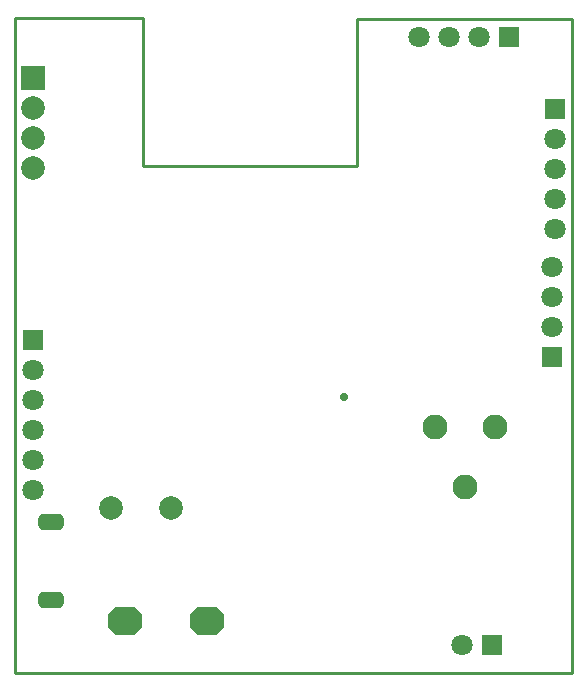
<source format=gbs>
G04*
G04 #@! TF.GenerationSoftware,Altium Limited,Altium Designer,18.1.6 (161)*
G04*
G04 Layer_Color=16711935*
%FSTAX24Y24*%
%MOIN*%
G70*
G01*
G75*
%ADD13C,0.0100*%
%ADD61R,0.0710X0.0710*%
%ADD62C,0.0710*%
%ADD63C,0.0787*%
G04:AMPARAMS|DCode=64|XSize=86.7mil|YSize=55.2mil|CornerRadius=18.2mil|HoleSize=0mil|Usage=FLASHONLY|Rotation=0.000|XOffset=0mil|YOffset=0mil|HoleType=Round|Shape=RoundedRectangle|*
%AMROUNDEDRECTD64*
21,1,0.0867,0.0189,0,0,0.0*
21,1,0.0504,0.0552,0,0,0.0*
1,1,0.0363,0.0252,-0.0094*
1,1,0.0363,-0.0252,-0.0094*
1,1,0.0363,-0.0252,0.0094*
1,1,0.0363,0.0252,0.0094*
%
%ADD64ROUNDEDRECTD64*%
%ADD65R,0.0789X0.0789*%
%ADD66C,0.0789*%
%ADD67R,0.0710X0.0710*%
%ADD68C,0.0830*%
G04:AMPARAMS|DCode=69|XSize=110.2mil|YSize=94.5mil|CornerRadius=0mil|HoleSize=0mil|Usage=FLASHONLY|Rotation=0.000|XOffset=0mil|YOffset=0mil|HoleType=Round|Shape=Octagon|*
%AMOCTAGOND69*
4,1,8,0.0551,-0.0236,0.0551,0.0236,0.0315,0.0472,-0.0315,0.0472,-0.0551,0.0236,-0.0551,-0.0236,-0.0315,-0.0472,0.0315,-0.0472,0.0551,-0.0236,0.0*
%
%ADD69OCTAGOND69*%

%ADD70C,0.0280*%
D13*
X0215Y0307D02*
X02665D01*
X0215Y026D02*
Y0307D01*
Y0258D02*
Y026D01*
X01435Y0258D02*
X0215D01*
X01435D02*
Y0301D01*
Y03075D01*
X0101D02*
X01435D01*
X02665Y0307D02*
X02785D01*
X02865D01*
X02865Y0125D01*
X0101Y0098D02*
Y03075D01*
Y0089D02*
Y0098D01*
X02865Y0089D02*
Y0125D01*
X0101Y0089D02*
X02865D01*
D61*
X027975Y019428D02*
D03*
X0107Y019985D02*
D03*
X0281Y0277D02*
D03*
D62*
X027975Y020428D02*
D03*
Y021428D02*
D03*
Y022428D02*
D03*
X0107Y014985D02*
D03*
Y015985D02*
D03*
Y016985D02*
D03*
Y017985D02*
D03*
Y018985D02*
D03*
X02555Y0301D02*
D03*
X02455D02*
D03*
X02355D02*
D03*
X0281Y0267D02*
D03*
Y0257D02*
D03*
Y0247D02*
D03*
Y0237D02*
D03*
X025Y00985D02*
D03*
D63*
X0153Y0144D02*
D03*
X0133D02*
D03*
D64*
X011297Y011329D02*
D03*
Y013927D02*
D03*
D65*
X0107Y02875D02*
D03*
D66*
Y02775D02*
D03*
Y02675D02*
D03*
Y02575D02*
D03*
D67*
X02655Y0301D02*
D03*
X026Y00985D02*
D03*
D68*
X0241Y0171D02*
D03*
X0251Y0151D02*
D03*
X0261Y0171D02*
D03*
D69*
X013744Y01065D02*
D03*
X0165D02*
D03*
D70*
X02105Y0181D02*
D03*
M02*

</source>
